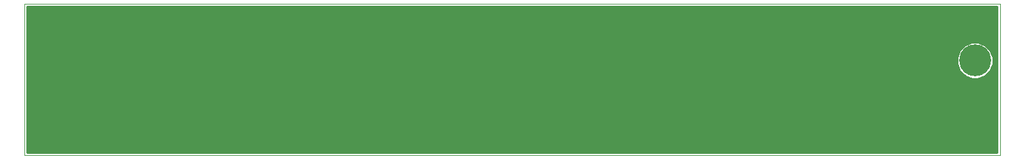
<source format=gbl>
G75*
%MOIN*%
%OFA0B0*%
%FSLAX24Y24*%
%IPPOS*%
%LPD*%
%AMOC8*
5,1,8,0,0,1.08239X$1,22.5*
%
%ADD10C,0.0000*%
%ADD11C,0.1660*%
%ADD12C,0.3195*%
%ADD13C,0.2762*%
%ADD14C,0.0160*%
D10*
X004060Y005430D02*
X004060Y013304D01*
X054651Y013304D01*
X054651Y005430D01*
X004060Y005430D01*
D11*
X005241Y010351D03*
X053351Y010351D03*
D12*
X048420Y009367D03*
X037670Y009367D03*
X026920Y009367D03*
D13*
X017670Y007417D03*
X012070Y007417D03*
X012070Y011317D03*
X017670Y011317D03*
D14*
X004240Y011295D02*
X053094Y011295D01*
X053158Y011321D02*
X052802Y011174D01*
X052529Y010901D01*
X052381Y010544D01*
X052381Y010158D01*
X052529Y009802D01*
X052802Y009529D01*
X053158Y009381D01*
X053544Y009381D01*
X053901Y009529D01*
X054174Y009802D01*
X054321Y010158D01*
X054321Y010544D01*
X054174Y010901D01*
X053901Y011174D01*
X053544Y011321D01*
X053158Y011321D01*
X052764Y011136D02*
X004240Y011136D01*
X004240Y010978D02*
X052606Y010978D01*
X052495Y010819D02*
X004240Y010819D01*
X004240Y010661D02*
X052430Y010661D01*
X052381Y010502D02*
X004240Y010502D01*
X004240Y010344D02*
X052381Y010344D01*
X052381Y010185D02*
X004240Y010185D01*
X004240Y010027D02*
X052436Y010027D01*
X052502Y009868D02*
X004240Y009868D01*
X004240Y009710D02*
X052621Y009710D01*
X052780Y009551D02*
X004240Y009551D01*
X004240Y009393D02*
X053131Y009393D01*
X053571Y009393D02*
X054471Y009393D01*
X054471Y009551D02*
X053923Y009551D01*
X054081Y009710D02*
X054471Y009710D01*
X054471Y009868D02*
X054201Y009868D01*
X054267Y010027D02*
X054471Y010027D01*
X054471Y010185D02*
X054321Y010185D01*
X054321Y010344D02*
X054471Y010344D01*
X054471Y010502D02*
X054321Y010502D01*
X054273Y010661D02*
X054471Y010661D01*
X054471Y010819D02*
X054207Y010819D01*
X054097Y010978D02*
X054471Y010978D01*
X054471Y011136D02*
X053938Y011136D01*
X053609Y011295D02*
X054471Y011295D01*
X054471Y011453D02*
X004240Y011453D01*
X004240Y011612D02*
X054471Y011612D01*
X054471Y011770D02*
X004240Y011770D01*
X004240Y011929D02*
X054471Y011929D01*
X054471Y012087D02*
X004240Y012087D01*
X004240Y012246D02*
X054471Y012246D01*
X054471Y012404D02*
X004240Y012404D01*
X004240Y012563D02*
X054471Y012563D01*
X054471Y012721D02*
X004240Y012721D01*
X004240Y012880D02*
X054471Y012880D01*
X054471Y013038D02*
X004240Y013038D01*
X004240Y013124D02*
X054471Y013124D01*
X054471Y005610D01*
X004240Y005610D01*
X004240Y013124D01*
X004240Y009234D02*
X054471Y009234D01*
X054471Y009076D02*
X004240Y009076D01*
X004240Y008917D02*
X054471Y008917D01*
X054471Y008759D02*
X004240Y008759D01*
X004240Y008600D02*
X054471Y008600D01*
X054471Y008442D02*
X004240Y008442D01*
X004240Y008283D02*
X054471Y008283D01*
X054471Y008125D02*
X004240Y008125D01*
X004240Y007966D02*
X054471Y007966D01*
X054471Y007808D02*
X004240Y007808D01*
X004240Y007649D02*
X054471Y007649D01*
X054471Y007491D02*
X004240Y007491D01*
X004240Y007332D02*
X054471Y007332D01*
X054471Y007174D02*
X004240Y007174D01*
X004240Y007015D02*
X054471Y007015D01*
X054471Y006857D02*
X004240Y006857D01*
X004240Y006698D02*
X054471Y006698D01*
X054471Y006540D02*
X004240Y006540D01*
X004240Y006381D02*
X054471Y006381D01*
X054471Y006223D02*
X004240Y006223D01*
X004240Y006064D02*
X054471Y006064D01*
X054471Y005906D02*
X004240Y005906D01*
X004240Y005747D02*
X054471Y005747D01*
M02*

</source>
